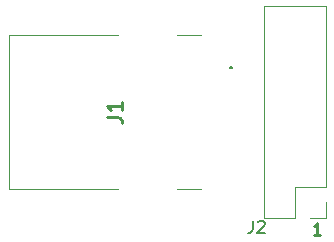
<source format=gto>
G04 #@! TF.GenerationSoftware,KiCad,Pcbnew,7.0.0-da2b9df05c~163~ubuntu22.04.1*
G04 #@! TF.CreationDate,2023-03-12T19:03:42+00:00*
G04 #@! TF.ProjectId,simpleadapter14f,73696d70-6c65-4616-9461-707465723134,rev?*
G04 #@! TF.SameCoordinates,Original*
G04 #@! TF.FileFunction,Legend,Top*
G04 #@! TF.FilePolarity,Positive*
%FSLAX46Y46*%
G04 Gerber Fmt 4.6, Leading zero omitted, Abs format (unit mm)*
G04 Created by KiCad (PCBNEW 7.0.0-da2b9df05c~163~ubuntu22.04.1) date 2023-03-12 19:03:42*
%MOMM*%
%LPD*%
G01*
G04 APERTURE LIST*
%ADD10C,0.250000*%
%ADD11C,0.254000*%
%ADD12C,0.150000*%
%ADD13C,0.100000*%
%ADD14C,0.200000*%
%ADD15C,0.120000*%
G04 APERTURE END LIST*
D10*
X166581904Y-105002380D02*
X166010476Y-105002380D01*
X166296190Y-105002380D02*
X166296190Y-104002380D01*
X166296190Y-104002380D02*
X166200952Y-104145238D01*
X166200952Y-104145238D02*
X166105714Y-104240476D01*
X166105714Y-104240476D02*
X166010476Y-104288095D01*
D11*
X148497573Y-95023332D02*
X149404716Y-95023332D01*
X149404716Y-95023332D02*
X149586145Y-95083809D01*
X149586145Y-95083809D02*
X149707097Y-95204761D01*
X149707097Y-95204761D02*
X149767573Y-95386190D01*
X149767573Y-95386190D02*
X149767573Y-95507142D01*
X149767573Y-93753332D02*
X149767573Y-94479047D01*
X149767573Y-94116190D02*
X148497573Y-94116190D01*
X148497573Y-94116190D02*
X148679002Y-94237142D01*
X148679002Y-94237142D02*
X148799954Y-94358094D01*
X148799954Y-94358094D02*
X148860430Y-94479047D01*
D12*
X160876666Y-103827380D02*
X160876666Y-104541666D01*
X160876666Y-104541666D02*
X160829047Y-104684523D01*
X160829047Y-104684523D02*
X160733809Y-104779761D01*
X160733809Y-104779761D02*
X160590952Y-104827380D01*
X160590952Y-104827380D02*
X160495714Y-104827380D01*
X161305238Y-103922619D02*
X161352857Y-103875000D01*
X161352857Y-103875000D02*
X161448095Y-103827380D01*
X161448095Y-103827380D02*
X161686190Y-103827380D01*
X161686190Y-103827380D02*
X161781428Y-103875000D01*
X161781428Y-103875000D02*
X161829047Y-103922619D01*
X161829047Y-103922619D02*
X161876666Y-104017857D01*
X161876666Y-104017857D02*
X161876666Y-104113095D01*
X161876666Y-104113095D02*
X161829047Y-104255952D01*
X161829047Y-104255952D02*
X161257619Y-104827380D01*
X161257619Y-104827380D02*
X161876666Y-104827380D01*
D13*
X156490000Y-88050000D02*
X154490000Y-88050000D01*
X149491000Y-88050000D02*
X140190000Y-88050000D01*
X140190000Y-88050000D02*
X140190000Y-101150000D01*
D14*
X159123000Y-90850000D02*
X159123000Y-90850000D01*
X158923000Y-90850000D02*
X158923000Y-90850000D01*
D13*
X156490000Y-101150000D02*
X154490000Y-101150000D01*
X140190000Y-101150000D02*
X149491000Y-101150000D01*
D14*
X158923000Y-90850000D02*
G75*
G03*
X159123000Y-90850000I100000J0D01*
G01*
X159123000Y-90850000D02*
G75*
G03*
X158923000Y-90850000I-100000J0D01*
G01*
D15*
X167030000Y-103550000D02*
X165700000Y-103550000D01*
X167030000Y-102220000D02*
X167030000Y-103550000D01*
X167030000Y-100950000D02*
X167030000Y-85650000D01*
X167030000Y-100950000D02*
X164430000Y-100950000D01*
X167030000Y-85650000D02*
X161830000Y-85650000D01*
X164430000Y-103550000D02*
X161830000Y-103550000D01*
X164430000Y-100950000D02*
X164430000Y-103550000D01*
X161830000Y-103550000D02*
X161830000Y-85650000D01*
M02*

</source>
